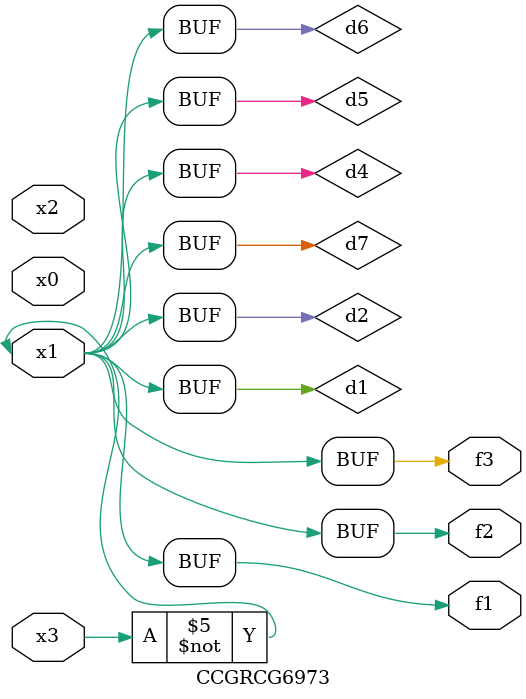
<source format=v>
module CCGRCG6973(
	input x0, x1, x2, x3,
	output f1, f2, f3
);

	wire d1, d2, d3, d4, d5, d6, d7;

	not (d1, x3);
	buf (d2, x1);
	xnor (d3, d1, d2);
	nor (d4, d1);
	buf (d5, d1, d2);
	buf (d6, d4, d5);
	nand (d7, d4);
	assign f1 = d6;
	assign f2 = d7;
	assign f3 = d6;
endmodule

</source>
